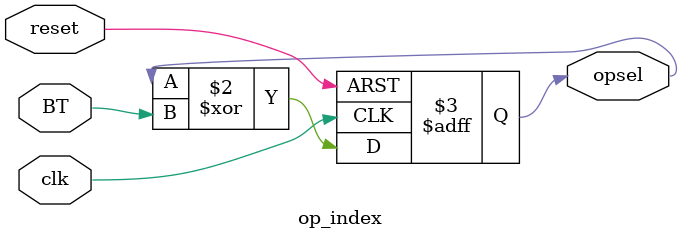
<source format=v>
module op_index(clk,reset,BT,opsel);
input clk,reset,BT;
output reg opsel;

always@(posedge clk or posedge reset)begin
 if(reset)
 opsel<=1'd0;
 else
 opsel<=opsel^BT;
end

endmodule

</source>
